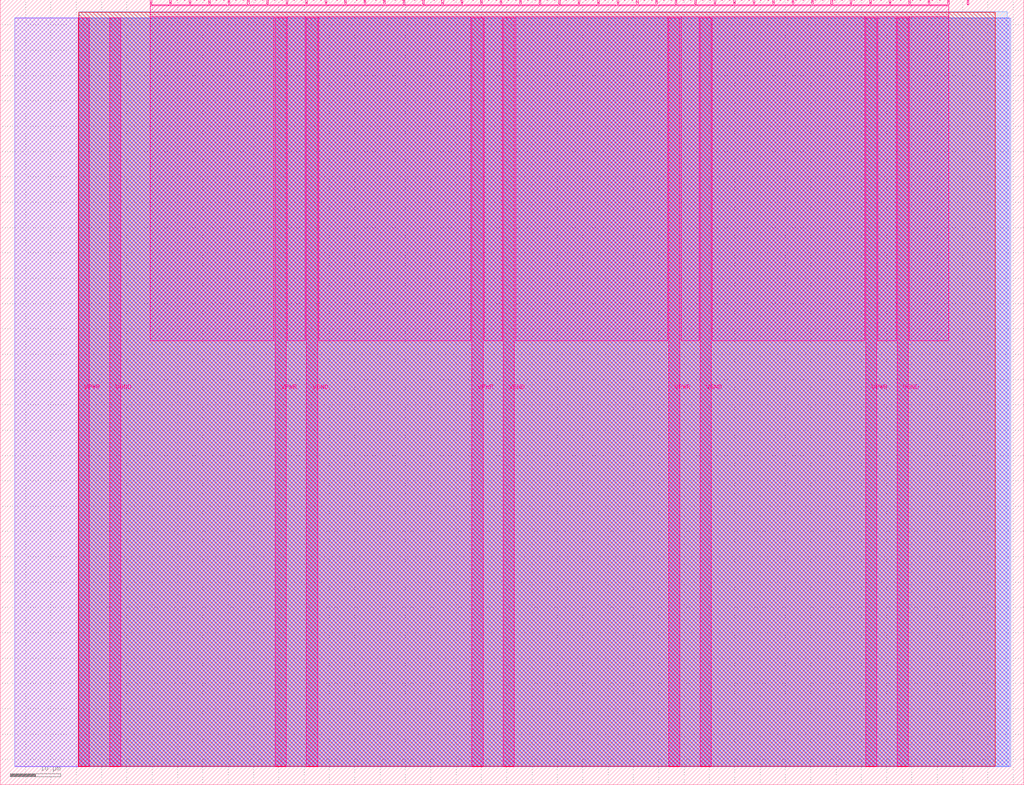
<source format=lef>
VERSION 5.7 ;
  NOWIREEXTENSIONATPIN ON ;
  DIVIDERCHAR "/" ;
  BUSBITCHARS "[]" ;
MACRO tt_um_systolicLif
  CLASS BLOCK ;
  FOREIGN tt_um_systolicLif ;
  ORIGIN 0.000 0.000 ;
  SIZE 202.080 BY 154.980 ;
  PIN VGND
    DIRECTION INOUT ;
    USE GROUND ;
    PORT
      LAYER Metal5 ;
        RECT 21.580 3.560 23.780 151.420 ;
    END
    PORT
      LAYER Metal5 ;
        RECT 60.450 3.560 62.650 151.420 ;
    END
    PORT
      LAYER Metal5 ;
        RECT 99.320 3.560 101.520 151.420 ;
    END
    PORT
      LAYER Metal5 ;
        RECT 138.190 3.560 140.390 151.420 ;
    END
    PORT
      LAYER Metal5 ;
        RECT 177.060 3.560 179.260 151.420 ;
    END
  END VGND
  PIN VPWR
    DIRECTION INOUT ;
    USE POWER ;
    PORT
      LAYER Metal5 ;
        RECT 15.380 3.560 17.580 151.420 ;
    END
    PORT
      LAYER Metal5 ;
        RECT 54.250 3.560 56.450 151.420 ;
    END
    PORT
      LAYER Metal5 ;
        RECT 93.120 3.560 95.320 151.420 ;
    END
    PORT
      LAYER Metal5 ;
        RECT 131.990 3.560 134.190 151.420 ;
    END
    PORT
      LAYER Metal5 ;
        RECT 170.860 3.560 173.060 151.420 ;
    END
  END VPWR
  PIN clk
    DIRECTION INPUT ;
    USE SIGNAL ;
    ANTENNAGATEAREA 0.213200 ;
    PORT
      LAYER Metal5 ;
        RECT 187.050 153.980 187.350 154.980 ;
    END
  END clk
  PIN ena
    DIRECTION INPUT ;
    USE SIGNAL ;
    PORT
      LAYER Metal5 ;
        RECT 190.890 153.980 191.190 154.980 ;
    END
  END ena
  PIN rst_n
    DIRECTION INPUT ;
    USE SIGNAL ;
    ANTENNAGATEAREA 0.527800 ;
    PORT
      LAYER Metal5 ;
        RECT 183.210 153.980 183.510 154.980 ;
    END
  END rst_n
  PIN ui_in[0]
    DIRECTION INPUT ;
    USE SIGNAL ;
    ANTENNAGATEAREA 0.314600 ;
    PORT
      LAYER Metal5 ;
        RECT 179.370 153.980 179.670 154.980 ;
    END
  END ui_in[0]
  PIN ui_in[1]
    DIRECTION INPUT ;
    USE SIGNAL ;
    ANTENNAGATEAREA 0.314600 ;
    PORT
      LAYER Metal5 ;
        RECT 175.530 153.980 175.830 154.980 ;
    END
  END ui_in[1]
  PIN ui_in[2]
    DIRECTION INPUT ;
    USE SIGNAL ;
    ANTENNAGATEAREA 0.314600 ;
    PORT
      LAYER Metal5 ;
        RECT 171.690 153.980 171.990 154.980 ;
    END
  END ui_in[2]
  PIN ui_in[3]
    DIRECTION INPUT ;
    USE SIGNAL ;
    ANTENNAGATEAREA 0.213200 ;
    PORT
      LAYER Metal5 ;
        RECT 167.850 153.980 168.150 154.980 ;
    END
  END ui_in[3]
  PIN ui_in[4]
    DIRECTION INPUT ;
    USE SIGNAL ;
    ANTENNAGATEAREA 0.213200 ;
    PORT
      LAYER Metal5 ;
        RECT 164.010 153.980 164.310 154.980 ;
    END
  END ui_in[4]
  PIN ui_in[5]
    DIRECTION INPUT ;
    USE SIGNAL ;
    PORT
      LAYER Metal5 ;
        RECT 160.170 153.980 160.470 154.980 ;
    END
  END ui_in[5]
  PIN ui_in[6]
    DIRECTION INPUT ;
    USE SIGNAL ;
    PORT
      LAYER Metal5 ;
        RECT 156.330 153.980 156.630 154.980 ;
    END
  END ui_in[6]
  PIN ui_in[7]
    DIRECTION INPUT ;
    USE SIGNAL ;
    PORT
      LAYER Metal5 ;
        RECT 152.490 153.980 152.790 154.980 ;
    END
  END ui_in[7]
  PIN uio_in[0]
    DIRECTION INPUT ;
    USE SIGNAL ;
    PORT
      LAYER Metal5 ;
        RECT 148.650 153.980 148.950 154.980 ;
    END
  END uio_in[0]
  PIN uio_in[1]
    DIRECTION INPUT ;
    USE SIGNAL ;
    PORT
      LAYER Metal5 ;
        RECT 144.810 153.980 145.110 154.980 ;
    END
  END uio_in[1]
  PIN uio_in[2]
    DIRECTION INPUT ;
    USE SIGNAL ;
    PORT
      LAYER Metal5 ;
        RECT 140.970 153.980 141.270 154.980 ;
    END
  END uio_in[2]
  PIN uio_in[3]
    DIRECTION INPUT ;
    USE SIGNAL ;
    PORT
      LAYER Metal5 ;
        RECT 137.130 153.980 137.430 154.980 ;
    END
  END uio_in[3]
  PIN uio_in[4]
    DIRECTION INPUT ;
    USE SIGNAL ;
    PORT
      LAYER Metal5 ;
        RECT 133.290 153.980 133.590 154.980 ;
    END
  END uio_in[4]
  PIN uio_in[5]
    DIRECTION INPUT ;
    USE SIGNAL ;
    PORT
      LAYER Metal5 ;
        RECT 129.450 153.980 129.750 154.980 ;
    END
  END uio_in[5]
  PIN uio_in[6]
    DIRECTION INPUT ;
    USE SIGNAL ;
    PORT
      LAYER Metal5 ;
        RECT 125.610 153.980 125.910 154.980 ;
    END
  END uio_in[6]
  PIN uio_in[7]
    DIRECTION INPUT ;
    USE SIGNAL ;
    PORT
      LAYER Metal5 ;
        RECT 121.770 153.980 122.070 154.980 ;
    END
  END uio_in[7]
  PIN uio_oe[0]
    DIRECTION OUTPUT ;
    USE SIGNAL ;
    ANTENNADIFFAREA 0.299200 ;
    PORT
      LAYER Metal5 ;
        RECT 56.490 153.980 56.790 154.980 ;
    END
  END uio_oe[0]
  PIN uio_oe[1]
    DIRECTION OUTPUT ;
    USE SIGNAL ;
    ANTENNADIFFAREA 0.299200 ;
    PORT
      LAYER Metal5 ;
        RECT 52.650 153.980 52.950 154.980 ;
    END
  END uio_oe[1]
  PIN uio_oe[2]
    DIRECTION OUTPUT ;
    USE SIGNAL ;
    ANTENNADIFFAREA 0.299200 ;
    PORT
      LAYER Metal5 ;
        RECT 48.810 153.980 49.110 154.980 ;
    END
  END uio_oe[2]
  PIN uio_oe[3]
    DIRECTION OUTPUT ;
    USE SIGNAL ;
    ANTENNADIFFAREA 0.299200 ;
    PORT
      LAYER Metal5 ;
        RECT 44.970 153.980 45.270 154.980 ;
    END
  END uio_oe[3]
  PIN uio_oe[4]
    DIRECTION OUTPUT ;
    USE SIGNAL ;
    ANTENNADIFFAREA 0.299200 ;
    PORT
      LAYER Metal5 ;
        RECT 41.130 153.980 41.430 154.980 ;
    END
  END uio_oe[4]
  PIN uio_oe[5]
    DIRECTION OUTPUT ;
    USE SIGNAL ;
    ANTENNADIFFAREA 0.299200 ;
    PORT
      LAYER Metal5 ;
        RECT 37.290 153.980 37.590 154.980 ;
    END
  END uio_oe[5]
  PIN uio_oe[6]
    DIRECTION OUTPUT ;
    USE SIGNAL ;
    ANTENNADIFFAREA 0.299200 ;
    PORT
      LAYER Metal5 ;
        RECT 33.450 153.980 33.750 154.980 ;
    END
  END uio_oe[6]
  PIN uio_oe[7]
    DIRECTION OUTPUT ;
    USE SIGNAL ;
    ANTENNADIFFAREA 0.392700 ;
    PORT
      LAYER Metal5 ;
        RECT 29.610 153.980 29.910 154.980 ;
    END
  END uio_oe[7]
  PIN uio_out[0]
    DIRECTION OUTPUT ;
    USE SIGNAL ;
    ANTENNADIFFAREA 0.299200 ;
    PORT
      LAYER Metal5 ;
        RECT 87.210 153.980 87.510 154.980 ;
    END
  END uio_out[0]
  PIN uio_out[1]
    DIRECTION OUTPUT ;
    USE SIGNAL ;
    ANTENNADIFFAREA 0.299200 ;
    PORT
      LAYER Metal5 ;
        RECT 83.370 153.980 83.670 154.980 ;
    END
  END uio_out[1]
  PIN uio_out[2]
    DIRECTION OUTPUT ;
    USE SIGNAL ;
    ANTENNADIFFAREA 0.299200 ;
    PORT
      LAYER Metal5 ;
        RECT 79.530 153.980 79.830 154.980 ;
    END
  END uio_out[2]
  PIN uio_out[3]
    DIRECTION OUTPUT ;
    USE SIGNAL ;
    ANTENNADIFFAREA 0.299200 ;
    PORT
      LAYER Metal5 ;
        RECT 75.690 153.980 75.990 154.980 ;
    END
  END uio_out[3]
  PIN uio_out[4]
    DIRECTION OUTPUT ;
    USE SIGNAL ;
    ANTENNADIFFAREA 0.299200 ;
    PORT
      LAYER Metal5 ;
        RECT 71.850 153.980 72.150 154.980 ;
    END
  END uio_out[4]
  PIN uio_out[5]
    DIRECTION OUTPUT ;
    USE SIGNAL ;
    ANTENNADIFFAREA 0.299200 ;
    PORT
      LAYER Metal5 ;
        RECT 68.010 153.980 68.310 154.980 ;
    END
  END uio_out[5]
  PIN uio_out[6]
    DIRECTION OUTPUT ;
    USE SIGNAL ;
    ANTENNADIFFAREA 0.299200 ;
    PORT
      LAYER Metal5 ;
        RECT 64.170 153.980 64.470 154.980 ;
    END
  END uio_out[6]
  PIN uio_out[7]
    DIRECTION OUTPUT ;
    USE SIGNAL ;
    ANTENNADIFFAREA 0.299200 ;
    PORT
      LAYER Metal5 ;
        RECT 60.330 153.980 60.630 154.980 ;
    END
  END uio_out[7]
  PIN uo_out[0]
    DIRECTION OUTPUT ;
    USE SIGNAL ;
    ANTENNADIFFAREA 0.299200 ;
    PORT
      LAYER Metal5 ;
        RECT 117.930 153.980 118.230 154.980 ;
    END
  END uo_out[0]
  PIN uo_out[1]
    DIRECTION OUTPUT ;
    USE SIGNAL ;
    ANTENNADIFFAREA 0.299200 ;
    PORT
      LAYER Metal5 ;
        RECT 114.090 153.980 114.390 154.980 ;
    END
  END uo_out[1]
  PIN uo_out[2]
    DIRECTION OUTPUT ;
    USE SIGNAL ;
    ANTENNADIFFAREA 0.299200 ;
    PORT
      LAYER Metal5 ;
        RECT 110.250 153.980 110.550 154.980 ;
    END
  END uo_out[2]
  PIN uo_out[3]
    DIRECTION OUTPUT ;
    USE SIGNAL ;
    ANTENNADIFFAREA 0.299200 ;
    PORT
      LAYER Metal5 ;
        RECT 106.410 153.980 106.710 154.980 ;
    END
  END uo_out[3]
  PIN uo_out[4]
    DIRECTION OUTPUT ;
    USE SIGNAL ;
    ANTENNADIFFAREA 0.706800 ;
    PORT
      LAYER Metal5 ;
        RECT 102.570 153.980 102.870 154.980 ;
    END
  END uo_out[4]
  PIN uo_out[5]
    DIRECTION OUTPUT ;
    USE SIGNAL ;
    ANTENNADIFFAREA 0.706800 ;
    PORT
      LAYER Metal5 ;
        RECT 98.730 153.980 99.030 154.980 ;
    END
  END uo_out[5]
  PIN uo_out[6]
    DIRECTION OUTPUT ;
    USE SIGNAL ;
    ANTENNADIFFAREA 0.654800 ;
    PORT
      LAYER Metal5 ;
        RECT 94.890 153.980 95.190 154.980 ;
    END
  END uo_out[6]
  PIN uo_out[7]
    DIRECTION OUTPUT ;
    USE SIGNAL ;
    ANTENNADIFFAREA 0.654800 ;
    PORT
      LAYER Metal5 ;
        RECT 91.050 153.980 91.350 154.980 ;
    END
  END uo_out[7]
  OBS
      LAYER GatPoly ;
        RECT 2.880 3.630 199.200 151.350 ;
      LAYER Metal1 ;
        RECT 2.880 3.560 199.200 151.420 ;
      LAYER Metal2 ;
        RECT 15.515 3.680 199.475 151.300 ;
      LAYER Metal3 ;
        RECT 15.560 3.635 198.820 152.605 ;
      LAYER Metal4 ;
        RECT 15.515 3.680 196.465 152.560 ;
      LAYER Metal5 ;
        RECT 30.120 153.770 33.240 153.980 ;
        RECT 33.960 153.770 37.080 153.980 ;
        RECT 37.800 153.770 40.920 153.980 ;
        RECT 41.640 153.770 44.760 153.980 ;
        RECT 45.480 153.770 48.600 153.980 ;
        RECT 49.320 153.770 52.440 153.980 ;
        RECT 53.160 153.770 56.280 153.980 ;
        RECT 57.000 153.770 60.120 153.980 ;
        RECT 60.840 153.770 63.960 153.980 ;
        RECT 64.680 153.770 67.800 153.980 ;
        RECT 68.520 153.770 71.640 153.980 ;
        RECT 72.360 153.770 75.480 153.980 ;
        RECT 76.200 153.770 79.320 153.980 ;
        RECT 80.040 153.770 83.160 153.980 ;
        RECT 83.880 153.770 87.000 153.980 ;
        RECT 87.720 153.770 90.840 153.980 ;
        RECT 91.560 153.770 94.680 153.980 ;
        RECT 95.400 153.770 98.520 153.980 ;
        RECT 99.240 153.770 102.360 153.980 ;
        RECT 103.080 153.770 106.200 153.980 ;
        RECT 106.920 153.770 110.040 153.980 ;
        RECT 110.760 153.770 113.880 153.980 ;
        RECT 114.600 153.770 117.720 153.980 ;
        RECT 118.440 153.770 121.560 153.980 ;
        RECT 122.280 153.770 125.400 153.980 ;
        RECT 126.120 153.770 129.240 153.980 ;
        RECT 129.960 153.770 133.080 153.980 ;
        RECT 133.800 153.770 136.920 153.980 ;
        RECT 137.640 153.770 140.760 153.980 ;
        RECT 141.480 153.770 144.600 153.980 ;
        RECT 145.320 153.770 148.440 153.980 ;
        RECT 149.160 153.770 152.280 153.980 ;
        RECT 153.000 153.770 156.120 153.980 ;
        RECT 156.840 153.770 159.960 153.980 ;
        RECT 160.680 153.770 163.800 153.980 ;
        RECT 164.520 153.770 167.640 153.980 ;
        RECT 168.360 153.770 171.480 153.980 ;
        RECT 172.200 153.770 175.320 153.980 ;
        RECT 176.040 153.770 179.160 153.980 ;
        RECT 179.880 153.770 183.000 153.980 ;
        RECT 183.720 153.770 186.840 153.980 ;
        RECT 29.660 151.630 187.300 153.770 ;
        RECT 29.660 87.635 54.040 151.630 ;
        RECT 56.660 87.635 60.240 151.630 ;
        RECT 62.860 87.635 92.910 151.630 ;
        RECT 95.530 87.635 99.110 151.630 ;
        RECT 101.730 87.635 131.780 151.630 ;
        RECT 134.400 87.635 137.980 151.630 ;
        RECT 140.600 87.635 170.650 151.630 ;
        RECT 173.270 87.635 176.850 151.630 ;
        RECT 179.470 87.635 187.300 151.630 ;
  END
END tt_um_systolicLif
END LIBRARY


</source>
